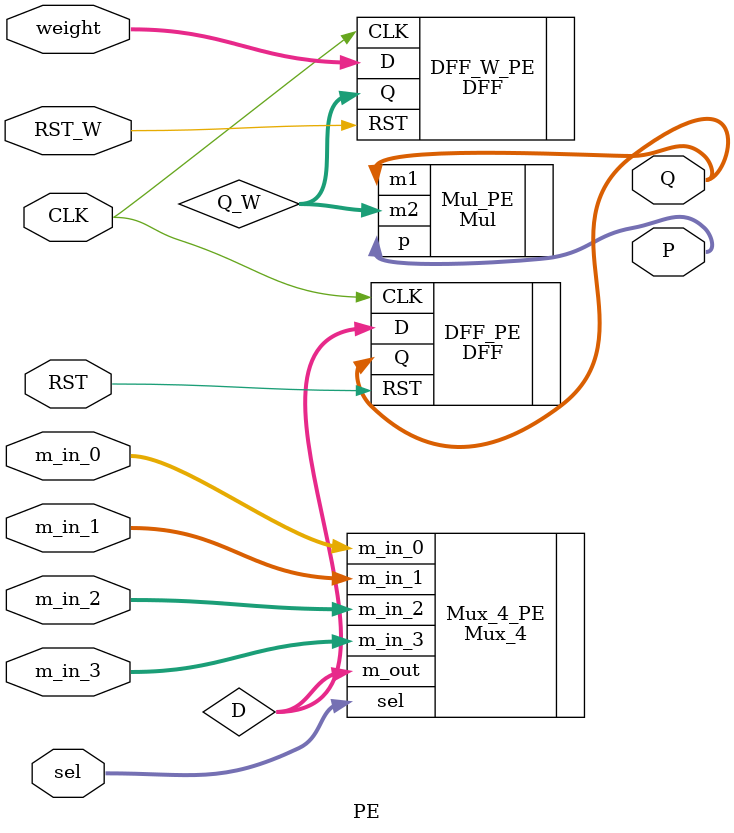
<source format=sv>
`timescale 1ns / 1ps


module PE #(parameter DataWidth=8)
(
 input CLK,
 input RST,
 input RST_W,
 //Multiplexer Input
 input  [1:0] sel,
 input  [DataWidth-1:0] m_in_3,
 input  [DataWidth-1:0] m_in_2,
 input  [DataWidth-1:0] m_in_1,
 input  [DataWidth-1:0] m_in_0,
 //
 input  [DataWidth-1:0] weight, 
 output reg [DataWidth-1:0] Q,
 output [2*DataWidth-1:0] P
);

wire [DataWidth-1:0] D;
reg [DataWidth-1:0] Q_W;

//4 to 1 multiplexer for data streaming
Mux_4 #(DataWidth) Mux_4_PE 
(
 .sel(sel),
 .m_in_3(m_in_3),
 .m_in_2(m_in_2),
 .m_in_1(m_in_1),
 .m_in_0(m_in_0),
 .m_out(D)
);

//Inuput feature buffer
DFF #(DataWidth) DFF_PE
(
  .CLK(CLK),
  .RST(RST),
  .D(D),
  .Q(Q)//Input feature
);

//Weight buffer
DFF #(DataWidth) DFF_W_PE
(
  .CLK(CLK),
  .RST(RST_W),
  .D(weight),
  .Q(Q_W)//Weight
);

//Multiplier
Mul #(DataWidth) Mul_PE(
  .m1(Q),
  .m2(Q_W),
  .p(P)//Product
);

endmodule

</source>
